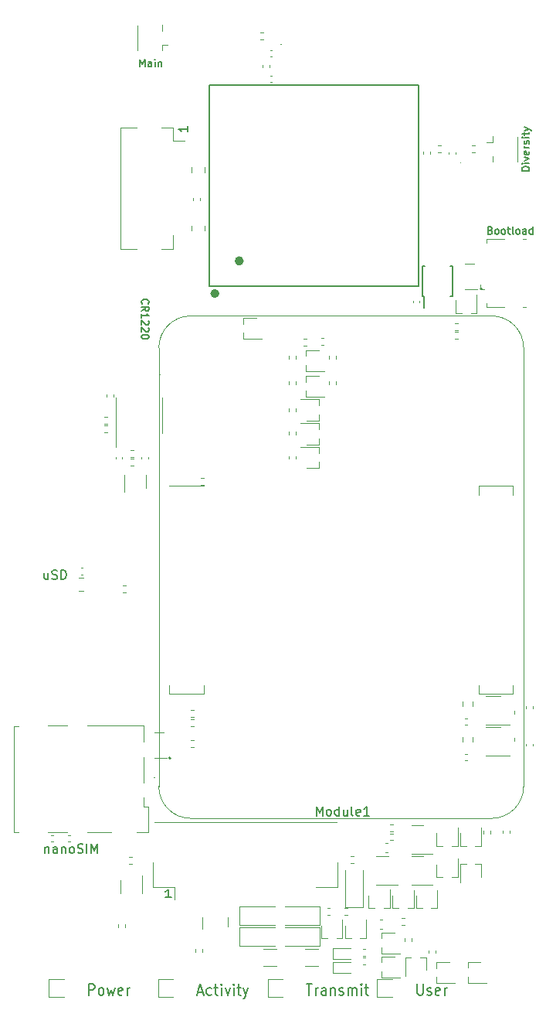
<source format=gbr>
%TF.GenerationSoftware,KiCad,Pcbnew,7.99.0-1.20230926git54171ec.fc37*%
%TF.CreationDate,2023-10-03T14:10:54+01:00*%
%TF.ProjectId,bugg-main-r5,62756767-2d6d-4616-996e-2d72352e6b69,rev?*%
%TF.SameCoordinates,Original*%
%TF.FileFunction,Legend,Top*%
%TF.FilePolarity,Positive*%
%FSLAX46Y46*%
G04 Gerber Fmt 4.6, Leading zero omitted, Abs format (unit mm)*
G04 Created by KiCad (PCBNEW 7.99.0-1.20230926git54171ec.fc37) date 2023-10-03 14:10:54*
%MOMM*%
%LPD*%
G01*
G04 APERTURE LIST*
%ADD10C,0.475000*%
%ADD11C,0.200000*%
%ADD12C,0.150000*%
%ADD13C,0.120000*%
%ADD14C,0.127000*%
%ADD15C,0.508000*%
%ADD16C,0.100000*%
G04 APERTURE END LIST*
D10*
X-6612500Y29950000D02*
G75*
G02*
X-6612500Y29950000I-237500J0D01*
G01*
D11*
X-11700000Y-20900000D02*
G75*
G02*
X-11700000Y-20900000I-100000J0D01*
G01*
X22450000Y30450000D02*
G75*
G02*
X22450000Y30450000I-100000J0D01*
G01*
X15343482Y-45644742D02*
X15343482Y-46616171D01*
X15343482Y-46616171D02*
X15395863Y-46730457D01*
X15395863Y-46730457D02*
X15448244Y-46787600D01*
X15448244Y-46787600D02*
X15553006Y-46844742D01*
X15553006Y-46844742D02*
X15762530Y-46844742D01*
X15762530Y-46844742D02*
X15867292Y-46787600D01*
X15867292Y-46787600D02*
X15919673Y-46730457D01*
X15919673Y-46730457D02*
X15972054Y-46616171D01*
X15972054Y-46616171D02*
X15972054Y-45644742D01*
X16443482Y-46787600D02*
X16548244Y-46844742D01*
X16548244Y-46844742D02*
X16757768Y-46844742D01*
X16757768Y-46844742D02*
X16862530Y-46787600D01*
X16862530Y-46787600D02*
X16914911Y-46673314D01*
X16914911Y-46673314D02*
X16914911Y-46616171D01*
X16914911Y-46616171D02*
X16862530Y-46501885D01*
X16862530Y-46501885D02*
X16757768Y-46444742D01*
X16757768Y-46444742D02*
X16600625Y-46444742D01*
X16600625Y-46444742D02*
X16495863Y-46387600D01*
X16495863Y-46387600D02*
X16443482Y-46273314D01*
X16443482Y-46273314D02*
X16443482Y-46216171D01*
X16443482Y-46216171D02*
X16495863Y-46101885D01*
X16495863Y-46101885D02*
X16600625Y-46044742D01*
X16600625Y-46044742D02*
X16757768Y-46044742D01*
X16757768Y-46044742D02*
X16862530Y-46101885D01*
X17805387Y-46787600D02*
X17700625Y-46844742D01*
X17700625Y-46844742D02*
X17491101Y-46844742D01*
X17491101Y-46844742D02*
X17386339Y-46787600D01*
X17386339Y-46787600D02*
X17333958Y-46673314D01*
X17333958Y-46673314D02*
X17333958Y-46216171D01*
X17333958Y-46216171D02*
X17386339Y-46101885D01*
X17386339Y-46101885D02*
X17491101Y-46044742D01*
X17491101Y-46044742D02*
X17700625Y-46044742D01*
X17700625Y-46044742D02*
X17805387Y-46101885D01*
X17805387Y-46101885D02*
X17857768Y-46216171D01*
X17857768Y-46216171D02*
X17857768Y-46330457D01*
X17857768Y-46330457D02*
X17333958Y-46444742D01*
X18329196Y-46844742D02*
X18329196Y-46044742D01*
X18329196Y-46273314D02*
X18381577Y-46159028D01*
X18381577Y-46159028D02*
X18433958Y-46101885D01*
X18433958Y-46101885D02*
X18538720Y-46044742D01*
X18538720Y-46044742D02*
X18643482Y-46044742D01*
X-8708898Y-46501885D02*
X-8185088Y-46501885D01*
X-8813660Y-46844742D02*
X-8446993Y-45644742D01*
X-8446993Y-45644742D02*
X-8080326Y-46844742D01*
X-7242231Y-46787600D02*
X-7346993Y-46844742D01*
X-7346993Y-46844742D02*
X-7556517Y-46844742D01*
X-7556517Y-46844742D02*
X-7661279Y-46787600D01*
X-7661279Y-46787600D02*
X-7713660Y-46730457D01*
X-7713660Y-46730457D02*
X-7766041Y-46616171D01*
X-7766041Y-46616171D02*
X-7766041Y-46273314D01*
X-7766041Y-46273314D02*
X-7713660Y-46159028D01*
X-7713660Y-46159028D02*
X-7661279Y-46101885D01*
X-7661279Y-46101885D02*
X-7556517Y-46044742D01*
X-7556517Y-46044742D02*
X-7346993Y-46044742D01*
X-7346993Y-46044742D02*
X-7242231Y-46101885D01*
X-6927946Y-46044742D02*
X-6508898Y-46044742D01*
X-6770803Y-45644742D02*
X-6770803Y-46673314D01*
X-6770803Y-46673314D02*
X-6718422Y-46787600D01*
X-6718422Y-46787600D02*
X-6613660Y-46844742D01*
X-6613660Y-46844742D02*
X-6508898Y-46844742D01*
X-6142232Y-46844742D02*
X-6142232Y-46044742D01*
X-6142232Y-45644742D02*
X-6194613Y-45701885D01*
X-6194613Y-45701885D02*
X-6142232Y-45759028D01*
X-6142232Y-45759028D02*
X-6089851Y-45701885D01*
X-6089851Y-45701885D02*
X-6142232Y-45644742D01*
X-6142232Y-45644742D02*
X-6142232Y-45759028D01*
X-5723184Y-46044742D02*
X-5461279Y-46844742D01*
X-5461279Y-46844742D02*
X-5199374Y-46044742D01*
X-4780327Y-46844742D02*
X-4780327Y-46044742D01*
X-4780327Y-45644742D02*
X-4832708Y-45701885D01*
X-4832708Y-45701885D02*
X-4780327Y-45759028D01*
X-4780327Y-45759028D02*
X-4727946Y-45701885D01*
X-4727946Y-45701885D02*
X-4780327Y-45644742D01*
X-4780327Y-45644742D02*
X-4780327Y-45759028D01*
X-4413660Y-46044742D02*
X-3994612Y-46044742D01*
X-4256517Y-45644742D02*
X-4256517Y-46673314D01*
X-4256517Y-46673314D02*
X-4204136Y-46787600D01*
X-4204136Y-46787600D02*
X-4099374Y-46844742D01*
X-4099374Y-46844742D02*
X-3994612Y-46844742D01*
X-3732708Y-46044742D02*
X-3470803Y-46844742D01*
X-3208898Y-46044742D02*
X-3470803Y-46844742D01*
X-3470803Y-46844742D02*
X-3575565Y-47130457D01*
X-3575565Y-47130457D02*
X-3627946Y-47187600D01*
X-3627946Y-47187600D02*
X-3732708Y-47244742D01*
D12*
X-25463220Y-30628152D02*
X-25463220Y-31294819D01*
X-25463220Y-30723390D02*
X-25415601Y-30675771D01*
X-25415601Y-30675771D02*
X-25320363Y-30628152D01*
X-25320363Y-30628152D02*
X-25177506Y-30628152D01*
X-25177506Y-30628152D02*
X-25082268Y-30675771D01*
X-25082268Y-30675771D02*
X-25034649Y-30771009D01*
X-25034649Y-30771009D02*
X-25034649Y-31294819D01*
X-24129887Y-31294819D02*
X-24129887Y-30771009D01*
X-24129887Y-30771009D02*
X-24177506Y-30675771D01*
X-24177506Y-30675771D02*
X-24272744Y-30628152D01*
X-24272744Y-30628152D02*
X-24463220Y-30628152D01*
X-24463220Y-30628152D02*
X-24558458Y-30675771D01*
X-24129887Y-31247200D02*
X-24225125Y-31294819D01*
X-24225125Y-31294819D02*
X-24463220Y-31294819D01*
X-24463220Y-31294819D02*
X-24558458Y-31247200D01*
X-24558458Y-31247200D02*
X-24606077Y-31151961D01*
X-24606077Y-31151961D02*
X-24606077Y-31056723D01*
X-24606077Y-31056723D02*
X-24558458Y-30961485D01*
X-24558458Y-30961485D02*
X-24463220Y-30913866D01*
X-24463220Y-30913866D02*
X-24225125Y-30913866D01*
X-24225125Y-30913866D02*
X-24129887Y-30866247D01*
X-23653696Y-30628152D02*
X-23653696Y-31294819D01*
X-23653696Y-30723390D02*
X-23606077Y-30675771D01*
X-23606077Y-30675771D02*
X-23510839Y-30628152D01*
X-23510839Y-30628152D02*
X-23367982Y-30628152D01*
X-23367982Y-30628152D02*
X-23272744Y-30675771D01*
X-23272744Y-30675771D02*
X-23225125Y-30771009D01*
X-23225125Y-30771009D02*
X-23225125Y-31294819D01*
X-22606077Y-31294819D02*
X-22701315Y-31247200D01*
X-22701315Y-31247200D02*
X-22748934Y-31199580D01*
X-22748934Y-31199580D02*
X-22796553Y-31104342D01*
X-22796553Y-31104342D02*
X-22796553Y-30818628D01*
X-22796553Y-30818628D02*
X-22748934Y-30723390D01*
X-22748934Y-30723390D02*
X-22701315Y-30675771D01*
X-22701315Y-30675771D02*
X-22606077Y-30628152D01*
X-22606077Y-30628152D02*
X-22463220Y-30628152D01*
X-22463220Y-30628152D02*
X-22367982Y-30675771D01*
X-22367982Y-30675771D02*
X-22320363Y-30723390D01*
X-22320363Y-30723390D02*
X-22272744Y-30818628D01*
X-22272744Y-30818628D02*
X-22272744Y-31104342D01*
X-22272744Y-31104342D02*
X-22320363Y-31199580D01*
X-22320363Y-31199580D02*
X-22367982Y-31247200D01*
X-22367982Y-31247200D02*
X-22463220Y-31294819D01*
X-22463220Y-31294819D02*
X-22606077Y-31294819D01*
X-21891791Y-31247200D02*
X-21748934Y-31294819D01*
X-21748934Y-31294819D02*
X-21510839Y-31294819D01*
X-21510839Y-31294819D02*
X-21415601Y-31247200D01*
X-21415601Y-31247200D02*
X-21367982Y-31199580D01*
X-21367982Y-31199580D02*
X-21320363Y-31104342D01*
X-21320363Y-31104342D02*
X-21320363Y-31009104D01*
X-21320363Y-31009104D02*
X-21367982Y-30913866D01*
X-21367982Y-30913866D02*
X-21415601Y-30866247D01*
X-21415601Y-30866247D02*
X-21510839Y-30818628D01*
X-21510839Y-30818628D02*
X-21701315Y-30771009D01*
X-21701315Y-30771009D02*
X-21796553Y-30723390D01*
X-21796553Y-30723390D02*
X-21844172Y-30675771D01*
X-21844172Y-30675771D02*
X-21891791Y-30580533D01*
X-21891791Y-30580533D02*
X-21891791Y-30485295D01*
X-21891791Y-30485295D02*
X-21844172Y-30390057D01*
X-21844172Y-30390057D02*
X-21796553Y-30342438D01*
X-21796553Y-30342438D02*
X-21701315Y-30294819D01*
X-21701315Y-30294819D02*
X-21463220Y-30294819D01*
X-21463220Y-30294819D02*
X-21320363Y-30342438D01*
X-20891791Y-31294819D02*
X-20891791Y-30294819D01*
X-20415601Y-31294819D02*
X-20415601Y-30294819D01*
X-20415601Y-30294819D02*
X-20082268Y-31009104D01*
X-20082268Y-31009104D02*
X-19748935Y-30294819D01*
X-19748935Y-30294819D02*
X-19748935Y-31294819D01*
X-11638220Y-36087295D02*
X-12266792Y-36087295D01*
X-11952506Y-36087295D02*
X-11952506Y-35287295D01*
X-11952506Y-35287295D02*
X-12057268Y-35401580D01*
X-12057268Y-35401580D02*
X-12162030Y-35477771D01*
X-12162030Y-35477771D02*
X-12266792Y-35515866D01*
D11*
X3186339Y-45644742D02*
X3814911Y-45644742D01*
X3500625Y-46844742D02*
X3500625Y-45644742D01*
X4181577Y-46844742D02*
X4181577Y-46044742D01*
X4181577Y-46273314D02*
X4233958Y-46159028D01*
X4233958Y-46159028D02*
X4286339Y-46101885D01*
X4286339Y-46101885D02*
X4391101Y-46044742D01*
X4391101Y-46044742D02*
X4495863Y-46044742D01*
X5333958Y-46844742D02*
X5333958Y-46216171D01*
X5333958Y-46216171D02*
X5281577Y-46101885D01*
X5281577Y-46101885D02*
X5176815Y-46044742D01*
X5176815Y-46044742D02*
X4967291Y-46044742D01*
X4967291Y-46044742D02*
X4862529Y-46101885D01*
X5333958Y-46787600D02*
X5229196Y-46844742D01*
X5229196Y-46844742D02*
X4967291Y-46844742D01*
X4967291Y-46844742D02*
X4862529Y-46787600D01*
X4862529Y-46787600D02*
X4810148Y-46673314D01*
X4810148Y-46673314D02*
X4810148Y-46559028D01*
X4810148Y-46559028D02*
X4862529Y-46444742D01*
X4862529Y-46444742D02*
X4967291Y-46387600D01*
X4967291Y-46387600D02*
X5229196Y-46387600D01*
X5229196Y-46387600D02*
X5333958Y-46330457D01*
X5857767Y-46044742D02*
X5857767Y-46844742D01*
X5857767Y-46159028D02*
X5910148Y-46101885D01*
X5910148Y-46101885D02*
X6014910Y-46044742D01*
X6014910Y-46044742D02*
X6172053Y-46044742D01*
X6172053Y-46044742D02*
X6276815Y-46101885D01*
X6276815Y-46101885D02*
X6329196Y-46216171D01*
X6329196Y-46216171D02*
X6329196Y-46844742D01*
X6800624Y-46787600D02*
X6905386Y-46844742D01*
X6905386Y-46844742D02*
X7114910Y-46844742D01*
X7114910Y-46844742D02*
X7219672Y-46787600D01*
X7219672Y-46787600D02*
X7272053Y-46673314D01*
X7272053Y-46673314D02*
X7272053Y-46616171D01*
X7272053Y-46616171D02*
X7219672Y-46501885D01*
X7219672Y-46501885D02*
X7114910Y-46444742D01*
X7114910Y-46444742D02*
X6957767Y-46444742D01*
X6957767Y-46444742D02*
X6853005Y-46387600D01*
X6853005Y-46387600D02*
X6800624Y-46273314D01*
X6800624Y-46273314D02*
X6800624Y-46216171D01*
X6800624Y-46216171D02*
X6853005Y-46101885D01*
X6853005Y-46101885D02*
X6957767Y-46044742D01*
X6957767Y-46044742D02*
X7114910Y-46044742D01*
X7114910Y-46044742D02*
X7219672Y-46101885D01*
X7743481Y-46844742D02*
X7743481Y-46044742D01*
X7743481Y-46159028D02*
X7795862Y-46101885D01*
X7795862Y-46101885D02*
X7900624Y-46044742D01*
X7900624Y-46044742D02*
X8057767Y-46044742D01*
X8057767Y-46044742D02*
X8162529Y-46101885D01*
X8162529Y-46101885D02*
X8214910Y-46216171D01*
X8214910Y-46216171D02*
X8214910Y-46844742D01*
X8214910Y-46216171D02*
X8267291Y-46101885D01*
X8267291Y-46101885D02*
X8372053Y-46044742D01*
X8372053Y-46044742D02*
X8529196Y-46044742D01*
X8529196Y-46044742D02*
X8633957Y-46101885D01*
X8633957Y-46101885D02*
X8686338Y-46216171D01*
X8686338Y-46216171D02*
X8686338Y-46844742D01*
X9210148Y-46844742D02*
X9210148Y-46044742D01*
X9210148Y-45644742D02*
X9157767Y-45701885D01*
X9157767Y-45701885D02*
X9210148Y-45759028D01*
X9210148Y-45759028D02*
X9262529Y-45701885D01*
X9262529Y-45701885D02*
X9210148Y-45644742D01*
X9210148Y-45644742D02*
X9210148Y-45759028D01*
X9576815Y-46044742D02*
X9995863Y-46044742D01*
X9733958Y-45644742D02*
X9733958Y-46673314D01*
X9733958Y-46673314D02*
X9786339Y-46787600D01*
X9786339Y-46787600D02*
X9891101Y-46844742D01*
X9891101Y-46844742D02*
X9995863Y-46844742D01*
D12*
X27594295Y43407143D02*
X26794295Y43407143D01*
X26794295Y43407143D02*
X26794295Y43597619D01*
X26794295Y43597619D02*
X26832390Y43711905D01*
X26832390Y43711905D02*
X26908580Y43788095D01*
X26908580Y43788095D02*
X26984771Y43826190D01*
X26984771Y43826190D02*
X27137152Y43864286D01*
X27137152Y43864286D02*
X27251438Y43864286D01*
X27251438Y43864286D02*
X27403819Y43826190D01*
X27403819Y43826190D02*
X27480009Y43788095D01*
X27480009Y43788095D02*
X27556200Y43711905D01*
X27556200Y43711905D02*
X27594295Y43597619D01*
X27594295Y43597619D02*
X27594295Y43407143D01*
X27594295Y44207143D02*
X27060961Y44207143D01*
X26794295Y44207143D02*
X26832390Y44169047D01*
X26832390Y44169047D02*
X26870485Y44207143D01*
X26870485Y44207143D02*
X26832390Y44245238D01*
X26832390Y44245238D02*
X26794295Y44207143D01*
X26794295Y44207143D02*
X26870485Y44207143D01*
X27060961Y44511904D02*
X27594295Y44702380D01*
X27594295Y44702380D02*
X27060961Y44892857D01*
X27556200Y45502381D02*
X27594295Y45426190D01*
X27594295Y45426190D02*
X27594295Y45273809D01*
X27594295Y45273809D02*
X27556200Y45197619D01*
X27556200Y45197619D02*
X27480009Y45159523D01*
X27480009Y45159523D02*
X27175247Y45159523D01*
X27175247Y45159523D02*
X27099057Y45197619D01*
X27099057Y45197619D02*
X27060961Y45273809D01*
X27060961Y45273809D02*
X27060961Y45426190D01*
X27060961Y45426190D02*
X27099057Y45502381D01*
X27099057Y45502381D02*
X27175247Y45540476D01*
X27175247Y45540476D02*
X27251438Y45540476D01*
X27251438Y45540476D02*
X27327628Y45159523D01*
X27594295Y45883333D02*
X27060961Y45883333D01*
X27213342Y45883333D02*
X27137152Y45921428D01*
X27137152Y45921428D02*
X27099057Y45959523D01*
X27099057Y45959523D02*
X27060961Y46035714D01*
X27060961Y46035714D02*
X27060961Y46111904D01*
X27556200Y46340475D02*
X27594295Y46416666D01*
X27594295Y46416666D02*
X27594295Y46569047D01*
X27594295Y46569047D02*
X27556200Y46645237D01*
X27556200Y46645237D02*
X27480009Y46683333D01*
X27480009Y46683333D02*
X27441914Y46683333D01*
X27441914Y46683333D02*
X27365723Y46645237D01*
X27365723Y46645237D02*
X27327628Y46569047D01*
X27327628Y46569047D02*
X27327628Y46454761D01*
X27327628Y46454761D02*
X27289533Y46378571D01*
X27289533Y46378571D02*
X27213342Y46340475D01*
X27213342Y46340475D02*
X27175247Y46340475D01*
X27175247Y46340475D02*
X27099057Y46378571D01*
X27099057Y46378571D02*
X27060961Y46454761D01*
X27060961Y46454761D02*
X27060961Y46569047D01*
X27060961Y46569047D02*
X27099057Y46645237D01*
X27594295Y47026190D02*
X27060961Y47026190D01*
X26794295Y47026190D02*
X26832390Y46988094D01*
X26832390Y46988094D02*
X26870485Y47026190D01*
X26870485Y47026190D02*
X26832390Y47064285D01*
X26832390Y47064285D02*
X26794295Y47026190D01*
X26794295Y47026190D02*
X26870485Y47026190D01*
X27060961Y47292856D02*
X27060961Y47597618D01*
X26794295Y47407142D02*
X27480009Y47407142D01*
X27480009Y47407142D02*
X27556200Y47445237D01*
X27556200Y47445237D02*
X27594295Y47521427D01*
X27594295Y47521427D02*
X27594295Y47597618D01*
X27060961Y47788094D02*
X27594295Y47978570D01*
X27060961Y48169047D02*
X27594295Y47978570D01*
X27594295Y47978570D02*
X27784771Y47902380D01*
X27784771Y47902380D02*
X27822866Y47864285D01*
X27822866Y47864285D02*
X27860961Y47788094D01*
X-25134649Y-653152D02*
X-25134649Y-1319819D01*
X-25563220Y-653152D02*
X-25563220Y-1176961D01*
X-25563220Y-1176961D02*
X-25515601Y-1272200D01*
X-25515601Y-1272200D02*
X-25420363Y-1319819D01*
X-25420363Y-1319819D02*
X-25277506Y-1319819D01*
X-25277506Y-1319819D02*
X-25182268Y-1272200D01*
X-25182268Y-1272200D02*
X-25134649Y-1224580D01*
X-24706077Y-1272200D02*
X-24563220Y-1319819D01*
X-24563220Y-1319819D02*
X-24325125Y-1319819D01*
X-24325125Y-1319819D02*
X-24229887Y-1272200D01*
X-24229887Y-1272200D02*
X-24182268Y-1224580D01*
X-24182268Y-1224580D02*
X-24134649Y-1129342D01*
X-24134649Y-1129342D02*
X-24134649Y-1034104D01*
X-24134649Y-1034104D02*
X-24182268Y-938866D01*
X-24182268Y-938866D02*
X-24229887Y-891247D01*
X-24229887Y-891247D02*
X-24325125Y-843628D01*
X-24325125Y-843628D02*
X-24515601Y-796009D01*
X-24515601Y-796009D02*
X-24610839Y-748390D01*
X-24610839Y-748390D02*
X-24658458Y-700771D01*
X-24658458Y-700771D02*
X-24706077Y-605533D01*
X-24706077Y-605533D02*
X-24706077Y-510295D01*
X-24706077Y-510295D02*
X-24658458Y-415057D01*
X-24658458Y-415057D02*
X-24610839Y-367438D01*
X-24610839Y-367438D02*
X-24515601Y-319819D01*
X-24515601Y-319819D02*
X-24277506Y-319819D01*
X-24277506Y-319819D02*
X-24134649Y-367438D01*
X-23706077Y-1319819D02*
X-23706077Y-319819D01*
X-23706077Y-319819D02*
X-23467982Y-319819D01*
X-23467982Y-319819D02*
X-23325125Y-367438D01*
X-23325125Y-367438D02*
X-23229887Y-462676D01*
X-23229887Y-462676D02*
X-23182268Y-557914D01*
X-23182268Y-557914D02*
X-23134649Y-748390D01*
X-23134649Y-748390D02*
X-23134649Y-891247D01*
X-23134649Y-891247D02*
X-23182268Y-1081723D01*
X-23182268Y-1081723D02*
X-23229887Y-1176961D01*
X-23229887Y-1176961D02*
X-23325125Y-1272200D01*
X-23325125Y-1272200D02*
X-23467982Y-1319819D01*
X-23467982Y-1319819D02*
X-23706077Y-1319819D01*
D11*
X-20656517Y-46844742D02*
X-20656517Y-45644742D01*
X-20656517Y-45644742D02*
X-20237469Y-45644742D01*
X-20237469Y-45644742D02*
X-20132707Y-45701885D01*
X-20132707Y-45701885D02*
X-20080326Y-45759028D01*
X-20080326Y-45759028D02*
X-20027945Y-45873314D01*
X-20027945Y-45873314D02*
X-20027945Y-46044742D01*
X-20027945Y-46044742D02*
X-20080326Y-46159028D01*
X-20080326Y-46159028D02*
X-20132707Y-46216171D01*
X-20132707Y-46216171D02*
X-20237469Y-46273314D01*
X-20237469Y-46273314D02*
X-20656517Y-46273314D01*
X-19399374Y-46844742D02*
X-19504136Y-46787600D01*
X-19504136Y-46787600D02*
X-19556517Y-46730457D01*
X-19556517Y-46730457D02*
X-19608898Y-46616171D01*
X-19608898Y-46616171D02*
X-19608898Y-46273314D01*
X-19608898Y-46273314D02*
X-19556517Y-46159028D01*
X-19556517Y-46159028D02*
X-19504136Y-46101885D01*
X-19504136Y-46101885D02*
X-19399374Y-46044742D01*
X-19399374Y-46044742D02*
X-19242231Y-46044742D01*
X-19242231Y-46044742D02*
X-19137469Y-46101885D01*
X-19137469Y-46101885D02*
X-19085088Y-46159028D01*
X-19085088Y-46159028D02*
X-19032707Y-46273314D01*
X-19032707Y-46273314D02*
X-19032707Y-46616171D01*
X-19032707Y-46616171D02*
X-19085088Y-46730457D01*
X-19085088Y-46730457D02*
X-19137469Y-46787600D01*
X-19137469Y-46787600D02*
X-19242231Y-46844742D01*
X-19242231Y-46844742D02*
X-19399374Y-46844742D01*
X-18666041Y-46044742D02*
X-18456517Y-46844742D01*
X-18456517Y-46844742D02*
X-18246993Y-46273314D01*
X-18246993Y-46273314D02*
X-18037469Y-46844742D01*
X-18037469Y-46844742D02*
X-17827945Y-46044742D01*
X-16989850Y-46787600D02*
X-17094612Y-46844742D01*
X-17094612Y-46844742D02*
X-17304136Y-46844742D01*
X-17304136Y-46844742D02*
X-17408898Y-46787600D01*
X-17408898Y-46787600D02*
X-17461279Y-46673314D01*
X-17461279Y-46673314D02*
X-17461279Y-46216171D01*
X-17461279Y-46216171D02*
X-17408898Y-46101885D01*
X-17408898Y-46101885D02*
X-17304136Y-46044742D01*
X-17304136Y-46044742D02*
X-17094612Y-46044742D01*
X-17094612Y-46044742D02*
X-16989850Y-46101885D01*
X-16989850Y-46101885D02*
X-16937469Y-46216171D01*
X-16937469Y-46216171D02*
X-16937469Y-46330457D01*
X-16937469Y-46330457D02*
X-17461279Y-46444742D01*
X-16466041Y-46844742D02*
X-16466041Y-46044742D01*
X-16466041Y-46273314D02*
X-16413660Y-46159028D01*
X-16413660Y-46159028D02*
X-16361279Y-46101885D01*
X-16361279Y-46101885D02*
X-16256517Y-46044742D01*
X-16256517Y-46044742D02*
X-16151755Y-46044742D01*
D12*
X-15060839Y54805704D02*
X-15060839Y55605704D01*
X-15060839Y55605704D02*
X-14794173Y55034276D01*
X-14794173Y55034276D02*
X-14527506Y55605704D01*
X-14527506Y55605704D02*
X-14527506Y54805704D01*
X-13803696Y54805704D02*
X-13803696Y55224752D01*
X-13803696Y55224752D02*
X-13841791Y55300942D01*
X-13841791Y55300942D02*
X-13917982Y55339038D01*
X-13917982Y55339038D02*
X-14070363Y55339038D01*
X-14070363Y55339038D02*
X-14146553Y55300942D01*
X-13803696Y54843800D02*
X-13879887Y54805704D01*
X-13879887Y54805704D02*
X-14070363Y54805704D01*
X-14070363Y54805704D02*
X-14146553Y54843800D01*
X-14146553Y54843800D02*
X-14184649Y54919990D01*
X-14184649Y54919990D02*
X-14184649Y54996180D01*
X-14184649Y54996180D02*
X-14146553Y55072371D01*
X-14146553Y55072371D02*
X-14070363Y55110466D01*
X-14070363Y55110466D02*
X-13879887Y55110466D01*
X-13879887Y55110466D02*
X-13803696Y55148561D01*
X-13422743Y54805704D02*
X-13422743Y55339038D01*
X-13422743Y55605704D02*
X-13460839Y55567609D01*
X-13460839Y55567609D02*
X-13422743Y55529514D01*
X-13422743Y55529514D02*
X-13384648Y55567609D01*
X-13384648Y55567609D02*
X-13422743Y55605704D01*
X-13422743Y55605704D02*
X-13422743Y55529514D01*
X-13041791Y55339038D02*
X-13041791Y54805704D01*
X-13041791Y55262847D02*
X-13003696Y55300942D01*
X-13003696Y55300942D02*
X-12927506Y55339038D01*
X-12927506Y55339038D02*
X-12813220Y55339038D01*
X-12813220Y55339038D02*
X-12737029Y55300942D01*
X-12737029Y55300942D02*
X-12698934Y55224752D01*
X-12698934Y55224752D02*
X-12698934Y54805704D01*
X23355826Y36874752D02*
X23470112Y36836657D01*
X23470112Y36836657D02*
X23508207Y36798561D01*
X23508207Y36798561D02*
X23546303Y36722371D01*
X23546303Y36722371D02*
X23546303Y36608085D01*
X23546303Y36608085D02*
X23508207Y36531895D01*
X23508207Y36531895D02*
X23470112Y36493800D01*
X23470112Y36493800D02*
X23393922Y36455704D01*
X23393922Y36455704D02*
X23089160Y36455704D01*
X23089160Y36455704D02*
X23089160Y37255704D01*
X23089160Y37255704D02*
X23355826Y37255704D01*
X23355826Y37255704D02*
X23432017Y37217609D01*
X23432017Y37217609D02*
X23470112Y37179514D01*
X23470112Y37179514D02*
X23508207Y37103323D01*
X23508207Y37103323D02*
X23508207Y37027133D01*
X23508207Y37027133D02*
X23470112Y36950942D01*
X23470112Y36950942D02*
X23432017Y36912847D01*
X23432017Y36912847D02*
X23355826Y36874752D01*
X23355826Y36874752D02*
X23089160Y36874752D01*
X24003445Y36455704D02*
X23927255Y36493800D01*
X23927255Y36493800D02*
X23889160Y36531895D01*
X23889160Y36531895D02*
X23851064Y36608085D01*
X23851064Y36608085D02*
X23851064Y36836657D01*
X23851064Y36836657D02*
X23889160Y36912847D01*
X23889160Y36912847D02*
X23927255Y36950942D01*
X23927255Y36950942D02*
X24003445Y36989038D01*
X24003445Y36989038D02*
X24117731Y36989038D01*
X24117731Y36989038D02*
X24193922Y36950942D01*
X24193922Y36950942D02*
X24232017Y36912847D01*
X24232017Y36912847D02*
X24270112Y36836657D01*
X24270112Y36836657D02*
X24270112Y36608085D01*
X24270112Y36608085D02*
X24232017Y36531895D01*
X24232017Y36531895D02*
X24193922Y36493800D01*
X24193922Y36493800D02*
X24117731Y36455704D01*
X24117731Y36455704D02*
X24003445Y36455704D01*
X24727255Y36455704D02*
X24651065Y36493800D01*
X24651065Y36493800D02*
X24612970Y36531895D01*
X24612970Y36531895D02*
X24574874Y36608085D01*
X24574874Y36608085D02*
X24574874Y36836657D01*
X24574874Y36836657D02*
X24612970Y36912847D01*
X24612970Y36912847D02*
X24651065Y36950942D01*
X24651065Y36950942D02*
X24727255Y36989038D01*
X24727255Y36989038D02*
X24841541Y36989038D01*
X24841541Y36989038D02*
X24917732Y36950942D01*
X24917732Y36950942D02*
X24955827Y36912847D01*
X24955827Y36912847D02*
X24993922Y36836657D01*
X24993922Y36836657D02*
X24993922Y36608085D01*
X24993922Y36608085D02*
X24955827Y36531895D01*
X24955827Y36531895D02*
X24917732Y36493800D01*
X24917732Y36493800D02*
X24841541Y36455704D01*
X24841541Y36455704D02*
X24727255Y36455704D01*
X25222494Y36989038D02*
X25527256Y36989038D01*
X25336780Y37255704D02*
X25336780Y36569990D01*
X25336780Y36569990D02*
X25374875Y36493800D01*
X25374875Y36493800D02*
X25451065Y36455704D01*
X25451065Y36455704D02*
X25527256Y36455704D01*
X25908208Y36455704D02*
X25832018Y36493800D01*
X25832018Y36493800D02*
X25793923Y36569990D01*
X25793923Y36569990D02*
X25793923Y37255704D01*
X26327256Y36455704D02*
X26251066Y36493800D01*
X26251066Y36493800D02*
X26212971Y36531895D01*
X26212971Y36531895D02*
X26174875Y36608085D01*
X26174875Y36608085D02*
X26174875Y36836657D01*
X26174875Y36836657D02*
X26212971Y36912847D01*
X26212971Y36912847D02*
X26251066Y36950942D01*
X26251066Y36950942D02*
X26327256Y36989038D01*
X26327256Y36989038D02*
X26441542Y36989038D01*
X26441542Y36989038D02*
X26517733Y36950942D01*
X26517733Y36950942D02*
X26555828Y36912847D01*
X26555828Y36912847D02*
X26593923Y36836657D01*
X26593923Y36836657D02*
X26593923Y36608085D01*
X26593923Y36608085D02*
X26555828Y36531895D01*
X26555828Y36531895D02*
X26517733Y36493800D01*
X26517733Y36493800D02*
X26441542Y36455704D01*
X26441542Y36455704D02*
X26327256Y36455704D01*
X27279638Y36455704D02*
X27279638Y36874752D01*
X27279638Y36874752D02*
X27241543Y36950942D01*
X27241543Y36950942D02*
X27165352Y36989038D01*
X27165352Y36989038D02*
X27012971Y36989038D01*
X27012971Y36989038D02*
X26936781Y36950942D01*
X27279638Y36493800D02*
X27203447Y36455704D01*
X27203447Y36455704D02*
X27012971Y36455704D01*
X27012971Y36455704D02*
X26936781Y36493800D01*
X26936781Y36493800D02*
X26898685Y36569990D01*
X26898685Y36569990D02*
X26898685Y36646180D01*
X26898685Y36646180D02*
X26936781Y36722371D01*
X26936781Y36722371D02*
X27012971Y36760466D01*
X27012971Y36760466D02*
X27203447Y36760466D01*
X27203447Y36760466D02*
X27279638Y36798561D01*
X28003448Y36455704D02*
X28003448Y37255704D01*
X28003448Y36493800D02*
X27927257Y36455704D01*
X27927257Y36455704D02*
X27774876Y36455704D01*
X27774876Y36455704D02*
X27698686Y36493800D01*
X27698686Y36493800D02*
X27660591Y36531895D01*
X27660591Y36531895D02*
X27622495Y36608085D01*
X27622495Y36608085D02*
X27622495Y36836657D01*
X27622495Y36836657D02*
X27660591Y36912847D01*
X27660591Y36912847D02*
X27698686Y36950942D01*
X27698686Y36950942D02*
X27774876Y36989038D01*
X27774876Y36989038D02*
X27927257Y36989038D01*
X27927257Y36989038D02*
X28003448Y36950942D01*
X-9830180Y48260588D02*
X-9830180Y47689160D01*
X-9830180Y47974874D02*
X-10830180Y47974874D01*
X-10830180Y47974874D02*
X-10687323Y47879636D01*
X-10687323Y47879636D02*
X-10592085Y47784398D01*
X-10592085Y47784398D02*
X-10544466Y47689160D01*
X-14818104Y28851190D02*
X-14856200Y28889286D01*
X-14856200Y28889286D02*
X-14894295Y29003571D01*
X-14894295Y29003571D02*
X-14894295Y29079762D01*
X-14894295Y29079762D02*
X-14856200Y29194048D01*
X-14856200Y29194048D02*
X-14780009Y29270238D01*
X-14780009Y29270238D02*
X-14703819Y29308333D01*
X-14703819Y29308333D02*
X-14551438Y29346429D01*
X-14551438Y29346429D02*
X-14437152Y29346429D01*
X-14437152Y29346429D02*
X-14284771Y29308333D01*
X-14284771Y29308333D02*
X-14208580Y29270238D01*
X-14208580Y29270238D02*
X-14132390Y29194048D01*
X-14132390Y29194048D02*
X-14094295Y29079762D01*
X-14094295Y29079762D02*
X-14094295Y29003571D01*
X-14094295Y29003571D02*
X-14132390Y28889286D01*
X-14132390Y28889286D02*
X-14170485Y28851190D01*
X-14894295Y28051190D02*
X-14513342Y28317857D01*
X-14894295Y28508333D02*
X-14094295Y28508333D01*
X-14094295Y28508333D02*
X-14094295Y28203571D01*
X-14094295Y28203571D02*
X-14132390Y28127381D01*
X-14132390Y28127381D02*
X-14170485Y28089286D01*
X-14170485Y28089286D02*
X-14246676Y28051190D01*
X-14246676Y28051190D02*
X-14360961Y28051190D01*
X-14360961Y28051190D02*
X-14437152Y28089286D01*
X-14437152Y28089286D02*
X-14475247Y28127381D01*
X-14475247Y28127381D02*
X-14513342Y28203571D01*
X-14513342Y28203571D02*
X-14513342Y28508333D01*
X-14894295Y27289286D02*
X-14894295Y27746429D01*
X-14894295Y27517857D02*
X-14094295Y27517857D01*
X-14094295Y27517857D02*
X-14208580Y27594048D01*
X-14208580Y27594048D02*
X-14284771Y27670238D01*
X-14284771Y27670238D02*
X-14322866Y27746429D01*
X-14170485Y26984524D02*
X-14132390Y26946428D01*
X-14132390Y26946428D02*
X-14094295Y26870238D01*
X-14094295Y26870238D02*
X-14094295Y26679762D01*
X-14094295Y26679762D02*
X-14132390Y26603571D01*
X-14132390Y26603571D02*
X-14170485Y26565476D01*
X-14170485Y26565476D02*
X-14246676Y26527381D01*
X-14246676Y26527381D02*
X-14322866Y26527381D01*
X-14322866Y26527381D02*
X-14437152Y26565476D01*
X-14437152Y26565476D02*
X-14894295Y27022619D01*
X-14894295Y27022619D02*
X-14894295Y26527381D01*
X-14170485Y26222619D02*
X-14132390Y26184523D01*
X-14132390Y26184523D02*
X-14094295Y26108333D01*
X-14094295Y26108333D02*
X-14094295Y25917857D01*
X-14094295Y25917857D02*
X-14132390Y25841666D01*
X-14132390Y25841666D02*
X-14170485Y25803571D01*
X-14170485Y25803571D02*
X-14246676Y25765476D01*
X-14246676Y25765476D02*
X-14322866Y25765476D01*
X-14322866Y25765476D02*
X-14437152Y25803571D01*
X-14437152Y25803571D02*
X-14894295Y26260714D01*
X-14894295Y26260714D02*
X-14894295Y25765476D01*
X-14094295Y25270237D02*
X-14094295Y25194047D01*
X-14094295Y25194047D02*
X-14132390Y25117856D01*
X-14132390Y25117856D02*
X-14170485Y25079761D01*
X-14170485Y25079761D02*
X-14246676Y25041666D01*
X-14246676Y25041666D02*
X-14399057Y25003571D01*
X-14399057Y25003571D02*
X-14589533Y25003571D01*
X-14589533Y25003571D02*
X-14741914Y25041666D01*
X-14741914Y25041666D02*
X-14818104Y25079761D01*
X-14818104Y25079761D02*
X-14856200Y25117856D01*
X-14856200Y25117856D02*
X-14894295Y25194047D01*
X-14894295Y25194047D02*
X-14894295Y25270237D01*
X-14894295Y25270237D02*
X-14856200Y25346428D01*
X-14856200Y25346428D02*
X-14818104Y25384523D01*
X-14818104Y25384523D02*
X-14741914Y25422618D01*
X-14741914Y25422618D02*
X-14589533Y25460714D01*
X-14589533Y25460714D02*
X-14399057Y25460714D01*
X-14399057Y25460714D02*
X-14246676Y25422618D01*
X-14246676Y25422618D02*
X-14170485Y25384523D01*
X-14170485Y25384523D02*
X-14132390Y25346428D01*
X-14132390Y25346428D02*
X-14094295Y25270237D01*
X4292857Y-27204819D02*
X4292857Y-26204819D01*
X4292857Y-26204819D02*
X4626190Y-26919104D01*
X4626190Y-26919104D02*
X4959523Y-26204819D01*
X4959523Y-26204819D02*
X4959523Y-27204819D01*
X5578571Y-27204819D02*
X5483333Y-27157200D01*
X5483333Y-27157200D02*
X5435714Y-27109580D01*
X5435714Y-27109580D02*
X5388095Y-27014342D01*
X5388095Y-27014342D02*
X5388095Y-26728628D01*
X5388095Y-26728628D02*
X5435714Y-26633390D01*
X5435714Y-26633390D02*
X5483333Y-26585771D01*
X5483333Y-26585771D02*
X5578571Y-26538152D01*
X5578571Y-26538152D02*
X5721428Y-26538152D01*
X5721428Y-26538152D02*
X5816666Y-26585771D01*
X5816666Y-26585771D02*
X5864285Y-26633390D01*
X5864285Y-26633390D02*
X5911904Y-26728628D01*
X5911904Y-26728628D02*
X5911904Y-27014342D01*
X5911904Y-27014342D02*
X5864285Y-27109580D01*
X5864285Y-27109580D02*
X5816666Y-27157200D01*
X5816666Y-27157200D02*
X5721428Y-27204819D01*
X5721428Y-27204819D02*
X5578571Y-27204819D01*
X6769047Y-27204819D02*
X6769047Y-26204819D01*
X6769047Y-27157200D02*
X6673809Y-27204819D01*
X6673809Y-27204819D02*
X6483333Y-27204819D01*
X6483333Y-27204819D02*
X6388095Y-27157200D01*
X6388095Y-27157200D02*
X6340476Y-27109580D01*
X6340476Y-27109580D02*
X6292857Y-27014342D01*
X6292857Y-27014342D02*
X6292857Y-26728628D01*
X6292857Y-26728628D02*
X6340476Y-26633390D01*
X6340476Y-26633390D02*
X6388095Y-26585771D01*
X6388095Y-26585771D02*
X6483333Y-26538152D01*
X6483333Y-26538152D02*
X6673809Y-26538152D01*
X6673809Y-26538152D02*
X6769047Y-26585771D01*
X7673809Y-26538152D02*
X7673809Y-27204819D01*
X7245238Y-26538152D02*
X7245238Y-27061961D01*
X7245238Y-27061961D02*
X7292857Y-27157200D01*
X7292857Y-27157200D02*
X7388095Y-27204819D01*
X7388095Y-27204819D02*
X7530952Y-27204819D01*
X7530952Y-27204819D02*
X7626190Y-27157200D01*
X7626190Y-27157200D02*
X7673809Y-27109580D01*
X8292857Y-27204819D02*
X8197619Y-27157200D01*
X8197619Y-27157200D02*
X8150000Y-27061961D01*
X8150000Y-27061961D02*
X8150000Y-26204819D01*
X9054762Y-27157200D02*
X8959524Y-27204819D01*
X8959524Y-27204819D02*
X8769048Y-27204819D01*
X8769048Y-27204819D02*
X8673810Y-27157200D01*
X8673810Y-27157200D02*
X8626191Y-27061961D01*
X8626191Y-27061961D02*
X8626191Y-26681009D01*
X8626191Y-26681009D02*
X8673810Y-26585771D01*
X8673810Y-26585771D02*
X8769048Y-26538152D01*
X8769048Y-26538152D02*
X8959524Y-26538152D01*
X8959524Y-26538152D02*
X9054762Y-26585771D01*
X9054762Y-26585771D02*
X9102381Y-26681009D01*
X9102381Y-26681009D02*
X9102381Y-26776247D01*
X9102381Y-26776247D02*
X8626191Y-26871485D01*
X10054762Y-27204819D02*
X9483334Y-27204819D01*
X9769048Y-27204819D02*
X9769048Y-26204819D01*
X9769048Y-26204819D02*
X9673810Y-26347676D01*
X9673810Y-26347676D02*
X9578572Y-26442914D01*
X9578572Y-26442914D02*
X9483334Y-26490533D01*
D13*
%TO.C,C29*%
X-21811252Y-1165000D02*
X-21288748Y-1165000D01*
X-21811252Y-2635000D02*
X-21288748Y-2635000D01*
%TO.C,R30*%
X-16103641Y11855000D02*
X-15796359Y11855000D01*
X-16103641Y11095000D02*
X-15796359Y11095000D01*
%TO.C,R29*%
X-16103641Y12805000D02*
X-15796359Y12805000D01*
X-16103641Y12045000D02*
X-15796359Y12045000D01*
%TO.C,C37*%
X14865000Y29182836D02*
X14865000Y28967164D01*
X15585000Y29182836D02*
X15585000Y28967164D01*
%TO.C,C36*%
X-14190000Y11867164D02*
X-14190000Y12082836D01*
X-14910000Y11867164D02*
X-14910000Y12082836D01*
%TO.C,C35*%
X-17710000Y12082836D02*
X-17710000Y11867164D01*
X-16990000Y12082836D02*
X-16990000Y11867164D01*
%TO.C,C34*%
X-18710000Y18907836D02*
X-18710000Y18692164D01*
X-17990000Y18907836D02*
X-17990000Y18692164D01*
%TO.C,C30*%
X-21342164Y-90000D02*
X-21557836Y-90000D01*
X-21342164Y-810000D02*
X-21557836Y-810000D01*
%TO.C,C21*%
X-9210000Y40192164D02*
X-9210000Y40407836D01*
X-8490000Y40192164D02*
X-8490000Y40407836D01*
%TO.C,U29*%
X23650000Y-17515000D02*
X22850000Y-17515000D01*
X23650000Y-17515000D02*
X24450000Y-17515000D01*
X23650000Y-20635000D02*
X22850000Y-20635000D01*
X23650000Y-20635000D02*
X25450000Y-20635000D01*
%TO.C,J15*%
X22260000Y30890000D02*
X22260000Y30440000D01*
X22710000Y30440000D02*
X22260000Y30440000D01*
X22940000Y35960000D02*
X22940000Y35540000D01*
X22940000Y28440000D02*
X22940000Y28860000D01*
X24920000Y35960000D02*
X22940000Y35960000D01*
X24920000Y28440000D02*
X22940000Y28440000D01*
X26890000Y35960000D02*
X27290000Y35960000D01*
X27290000Y28440000D02*
X26890000Y28440000D01*
%TO.C,D27*%
X6065936Y-41715000D02*
X6065936Y-42915000D01*
X8025936Y-41715000D02*
X6065936Y-41715000D01*
X8025936Y-42915000D02*
X6065936Y-42915000D01*
%TO.C,D1*%
X-13050000Y-45140000D02*
X-13050000Y-47060000D01*
X-13050000Y-47060000D02*
X-11407500Y-47060000D01*
X-11407500Y-45140000D02*
X-13050000Y-45140000D01*
%TO.C,Q11*%
X3120000Y20300000D02*
X3120000Y20960000D01*
X3120000Y18640000D02*
X3120000Y19300000D01*
X3120000Y18640000D02*
X5150000Y18640000D01*
X4530000Y20960000D02*
X3120000Y20960000D01*
%TO.C,R44*%
X1270000Y22796359D02*
X1270000Y23103641D01*
X2030000Y22796359D02*
X2030000Y23103641D01*
%TO.C,J10*%
X-13610000Y-32360000D02*
X-13610000Y-35010000D01*
X-13610000Y-35010000D02*
X-11260000Y-35010000D01*
X-13500000Y-27940000D02*
X6500000Y-27940000D01*
X-11260000Y-35010000D02*
X-11260000Y-36400000D01*
X6610000Y-32360000D02*
X6610000Y-35010000D01*
X6610000Y-35010000D02*
X4260000Y-35010000D01*
%TO.C,C23*%
X-9435000Y37361252D02*
X-9435000Y36838748D01*
X-7965000Y37361252D02*
X-7965000Y36838748D01*
%TO.C,Q25*%
X11505000Y-31640936D02*
X10855000Y-31640936D01*
X11505000Y-31640936D02*
X12155000Y-31640936D01*
X11505000Y-34760936D02*
X10855000Y-34760936D01*
X11505000Y-34760936D02*
X13180000Y-34760936D01*
%TO.C,Q9*%
X3120000Y23100000D02*
X3120000Y23760000D01*
X3120000Y21440000D02*
X3120000Y22100000D01*
X3120000Y21440000D02*
X5150000Y21440000D01*
X4530000Y23760000D02*
X3120000Y23760000D01*
%TO.C,R43*%
X5670000Y22796359D02*
X5670000Y23103641D01*
X6430000Y22796359D02*
X6430000Y23103641D01*
%TO.C,U13*%
X-17710000Y16600000D02*
X-17710000Y18550000D01*
X-17710000Y16600000D02*
X-17710000Y13150000D01*
X-12590000Y16600000D02*
X-12590000Y18550000D01*
X-12590000Y16600000D02*
X-12590000Y14650000D01*
%TO.C,FB3*%
X25940000Y-18712221D02*
X25940000Y-19037779D01*
X26960000Y-18712221D02*
X26960000Y-19037779D01*
%TO.C,R45*%
X17903641Y46180000D02*
X17596359Y46180000D01*
X17903641Y45420000D02*
X17596359Y45420000D01*
%TO.C,Q4*%
X19540000Y29230000D02*
X19540000Y27820000D01*
X20200000Y27820000D02*
X19540000Y27820000D01*
X21860000Y27820000D02*
X21200000Y27820000D01*
X21860000Y27820000D02*
X21860000Y29850000D01*
%TO.C,U8*%
X-13454000Y-18107200D02*
X-12454000Y-18107200D01*
X-13454000Y-20907200D02*
X-12154000Y-20907200D01*
%TO.C,R65*%
X8354577Y-31645936D02*
X8047295Y-31645936D01*
X8354577Y-32405936D02*
X8047295Y-32405936D01*
%TO.C,Q21*%
X11445000Y-40649064D02*
X11445000Y-39989064D01*
X11445000Y-42309064D02*
X11445000Y-41649064D01*
X11445000Y-42309064D02*
X13475000Y-42309064D01*
X12855000Y-39989064D02*
X11445000Y-39989064D01*
%TO.C,R20*%
X-1580000Y55013641D02*
X-1580000Y54706359D01*
X-820000Y55013641D02*
X-820000Y54706359D01*
%TO.C,R104*%
X20332500Y-18617742D02*
X20332500Y-19092258D01*
X21377500Y-18617742D02*
X21377500Y-19092258D01*
%TO.C,R81*%
X22620000Y-28886359D02*
X22620000Y-29193641D01*
X23380000Y-28886359D02*
X23380000Y-29193641D01*
%TO.C,C83*%
X11234420Y-38590936D02*
X11515580Y-38590936D01*
X11234420Y-39610936D02*
X11515580Y-39610936D01*
%TO.C,R40*%
X5103641Y25080000D02*
X4796359Y25080000D01*
X5103641Y24320000D02*
X4796359Y24320000D01*
%TO.C,J12*%
X-15355000Y56600000D02*
X-15355000Y59300000D01*
X-12635000Y59350000D02*
X-12635000Y58710000D01*
X-12635000Y57190000D02*
X-12005000Y57190000D01*
X-12635000Y56550000D02*
X-12635000Y57190000D01*
%TO.C,C97*%
X27290000Y-19337164D02*
X27290000Y-19552836D01*
X28010000Y-19337164D02*
X28010000Y-19552836D01*
%TO.C,R85*%
X9370423Y-41770000D02*
X9677705Y-41770000D01*
X9370423Y-42530000D02*
X9677705Y-42530000D01*
%TO.C,R38*%
X1270000Y14803641D02*
X1270000Y14496359D01*
X2030000Y14803641D02*
X2030000Y14496359D01*
%TO.C,R22*%
X-9453641Y-15670000D02*
X-9146359Y-15670000D01*
X-9453641Y-16430000D02*
X-9146359Y-16430000D01*
%TO.C,C28*%
X-24567164Y-29315000D02*
X-24782836Y-29315000D01*
X-24567164Y-30035000D02*
X-24782836Y-30035000D01*
%TO.C,R41*%
X21653641Y46180000D02*
X21346359Y46180000D01*
X21653641Y45420000D02*
X21346359Y45420000D01*
%TO.C,R23*%
X-9196359Y-18920000D02*
X-9503641Y-18920000D01*
X-9196359Y-19680000D02*
X-9503641Y-19680000D01*
%TO.C,U36*%
X15355000Y-28240936D02*
X14705000Y-28240936D01*
X15355000Y-28240936D02*
X16005000Y-28240936D01*
X15355000Y-31360936D02*
X14705000Y-31360936D01*
X15355000Y-31360936D02*
X17030000Y-31360936D01*
%TO.C,D3*%
X-1050000Y-45140000D02*
X-1050000Y-47060000D01*
X-1050000Y-47060000D02*
X592500Y-47060000D01*
X592500Y-45140000D02*
X-1050000Y-45140000D01*
D14*
%TO.C,U7*%
X-7500000Y52800000D02*
X-7500000Y30800000D01*
X-7500000Y30800000D02*
X15500000Y30800000D01*
X15500000Y52800000D02*
X-7500000Y52800000D01*
X15500000Y30800000D02*
X15500000Y52800000D01*
D15*
X-3926000Y33520000D02*
G75*
G02*
X-3926000Y33520000I-254000J0D01*
G01*
D12*
%TO.C,U15*%
X15875000Y32975000D02*
X16175000Y32975000D01*
X15875000Y29625000D02*
X15875000Y32975000D01*
X15875000Y29625000D02*
X16100000Y29625000D01*
X16100000Y29625000D02*
X16100000Y28400000D01*
X19225000Y32975000D02*
X18925000Y32975000D01*
X19225000Y29625000D02*
X18925000Y29625000D01*
X19225000Y29625000D02*
X19225000Y32975000D01*
D13*
%TO.C,Q19*%
X14015936Y-42695000D02*
X14015936Y-44725000D01*
X14015936Y-42695000D02*
X14675936Y-42695000D01*
X15675936Y-42695000D02*
X16335936Y-42695000D01*
X16335936Y-44105000D02*
X16335936Y-42695000D01*
%TO.C,D23*%
X4660000Y-39450000D02*
X800000Y-39450000D01*
X4660000Y-41450000D02*
X800000Y-41450000D01*
X4660000Y-41450000D02*
X4660000Y-39450000D01*
%TO.C,Q22*%
X20040000Y-32494064D02*
X20040000Y-34524064D01*
X20040000Y-32494064D02*
X20700000Y-32494064D01*
X21700000Y-32494064D02*
X22360000Y-32494064D01*
X22360000Y-33904064D02*
X22360000Y-32494064D01*
%TO.C,D22*%
X-4160000Y-39450000D02*
X-4160000Y-41450000D01*
X-4160000Y-39450000D02*
X-300000Y-39450000D01*
X-4160000Y-41450000D02*
X-300000Y-41450000D01*
%TO.C,R33*%
X1270000Y17353641D02*
X1270000Y17046359D01*
X2030000Y17353641D02*
X2030000Y17046359D01*
%TO.C,R80*%
X24700936Y-28830423D02*
X24700936Y-29137705D01*
X25460936Y-28830423D02*
X25460936Y-29137705D01*
%TO.C,D24*%
X4660000Y-37150000D02*
X800000Y-37150000D01*
X4660000Y-39150000D02*
X800000Y-39150000D01*
X4660000Y-39150000D02*
X4660000Y-37150000D01*
%TO.C,R37*%
X1270000Y12153641D02*
X1270000Y11846359D01*
X2030000Y12153641D02*
X2030000Y11846359D01*
%TO.C,Q17*%
X20870000Y-43874064D02*
X20870000Y-43214064D01*
X20870000Y-45534064D02*
X20870000Y-44874064D01*
X20870000Y-45534064D02*
X22900000Y-45534064D01*
X22280000Y-43214064D02*
X20870000Y-43214064D01*
%TO.C,C20*%
X-807836Y53820000D02*
X-592164Y53820000D01*
X-807836Y53100000D02*
X-592164Y53100000D01*
%TO.C,R2*%
X-18646359Y15480000D02*
X-18953641Y15480000D01*
X-18646359Y14720000D02*
X-18953641Y14720000D01*
%TO.C,R5*%
X-17430000Y-39096359D02*
X-17430000Y-39403641D01*
X-16670000Y-39096359D02*
X-16670000Y-39403641D01*
%TO.C,D21*%
X-4160000Y-37150000D02*
X-4160000Y-39150000D01*
X-4160000Y-37150000D02*
X-300000Y-37150000D01*
X-4160000Y-39150000D02*
X-300000Y-39150000D01*
%TO.C,Module1*%
X-13000000Y24000000D02*
X-13000000Y-24000000D01*
X-11850000Y8900000D02*
X-8070000Y8900000D01*
X-11850000Y-13900000D02*
X-11850000Y-12900000D01*
X-11850000Y-13900000D02*
X-8070000Y-13900000D01*
X-9500000Y-27500000D02*
X23500000Y-27500000D01*
X-8070000Y-13900000D02*
X-8070000Y-12900000D01*
X22070000Y8900000D02*
X22070000Y7900000D01*
X22070000Y8900000D02*
X25850000Y8900000D01*
X22070000Y-13900000D02*
X22070000Y-12900000D01*
X22070000Y-13900000D02*
X25850000Y-13900000D01*
X23500000Y27500000D02*
X-9500000Y27500000D01*
X25850000Y8900000D02*
X25850000Y7900000D01*
X25850000Y-13900000D02*
X25850000Y-12900000D01*
X27000000Y-24000000D02*
X27000000Y24000000D01*
X-13000000Y24000000D02*
G75*
G02*
X-9500000Y27500000I3499999J1D01*
G01*
X-9500000Y-27500000D02*
G75*
G02*
X-13000000Y-24000000I-1J3499999D01*
G01*
X23500000Y27500000D02*
G75*
G02*
X27000000Y24000000I0J-3500000D01*
G01*
X27000000Y-24000000D02*
G75*
G02*
X23500000Y-27500000I-3500000J0D01*
G01*
%TO.C,R4*%
X-16253641Y-31720000D02*
X-15946359Y-31720000D01*
X-16253641Y-32480000D02*
X-15946359Y-32480000D01*
%TO.C,Q24*%
X17440000Y-32544064D02*
X17440000Y-33954064D01*
X18100000Y-33954064D02*
X17440000Y-33954064D01*
X19760000Y-33954064D02*
X19100000Y-33954064D01*
X19760000Y-33954064D02*
X19760000Y-31924064D01*
%TO.C,R68*%
X13646359Y-38445936D02*
X13953641Y-38445936D01*
X13646359Y-39205936D02*
X13953641Y-39205936D01*
%TO.C,R21*%
X-9453641Y-16620000D02*
X-9146359Y-16620000D01*
X-9453641Y-17380000D02*
X-9146359Y-17380000D01*
%TO.C,R3*%
X-8403641Y9780000D02*
X-8096359Y9780000D01*
X-8403641Y9020000D02*
X-8096359Y9020000D01*
%TO.C,R72*%
X7346359Y-37320936D02*
X7653641Y-37320936D01*
X7346359Y-38080936D02*
X7653641Y-38080936D01*
%TO.C,Q8*%
X-3730000Y26650000D02*
X-3730000Y27310000D01*
X-3730000Y24990000D02*
X-3730000Y25650000D01*
X-3730000Y24990000D02*
X-1700000Y24990000D01*
X-2320000Y27310000D02*
X-3730000Y27310000D01*
%TO.C,C100*%
X20782836Y-16540000D02*
X20567164Y-16540000D01*
X20782836Y-17260000D02*
X20567164Y-17260000D01*
%TO.C,C84*%
X11809420Y-30239064D02*
X12090580Y-30239064D01*
X11809420Y-31259064D02*
X12090580Y-31259064D01*
%TO.C,J13*%
X-28920500Y-17380000D02*
X-28920500Y-28994500D01*
X-28920500Y-17380000D02*
X-28412500Y-17380000D01*
X-28412500Y-28994500D02*
X-28920500Y-28994500D01*
X-25174000Y-17374000D02*
X-23078500Y-17374000D01*
X-23078500Y-28994500D02*
X-25174000Y-28994500D01*
X-20835000Y-17374000D02*
X-14635000Y-17374000D01*
X-18189000Y-28994500D02*
X-20835000Y-28994500D01*
X-14635000Y-17374000D02*
X-14635000Y-19152000D01*
X-14635000Y-25248000D02*
X-14635000Y-26200500D01*
X-14633000Y-20803000D02*
X-14635000Y-23597000D01*
X-14188500Y-26200500D02*
X-14633000Y-26200500D01*
X-14188500Y-26200500D02*
X-14188500Y-28994500D01*
X-14188500Y-28994500D02*
X-15458500Y-28994500D01*
%TO.C,U14*%
X-16760000Y10100000D02*
X-16760000Y8200000D01*
X-14440000Y8700000D02*
X-14440000Y10100000D01*
%TO.C,U30*%
X23650000Y-14115000D02*
X22850000Y-14115000D01*
X23650000Y-14115000D02*
X24450000Y-14115000D01*
X23650000Y-17235000D02*
X22850000Y-17235000D01*
X23650000Y-17235000D02*
X25450000Y-17235000D01*
%TO.C,Q29*%
X15355000Y-31640936D02*
X14705000Y-31640936D01*
X15355000Y-31640936D02*
X16005000Y-31640936D01*
X15355000Y-34760936D02*
X14705000Y-34760936D01*
X15355000Y-34760936D02*
X17030000Y-34760936D01*
%TO.C,Q18*%
X17470000Y-43875936D02*
X17470000Y-43215936D01*
X17470000Y-45535936D02*
X17470000Y-44875936D01*
X17470000Y-45535936D02*
X19500000Y-45535936D01*
X18880000Y-43215936D02*
X17470000Y-43215936D01*
%TO.C,R84*%
X9370423Y-42770000D02*
X9677705Y-42770000D01*
X9370423Y-43530000D02*
X9677705Y-43530000D01*
%TO.C,R34*%
X-8980000Y-41796359D02*
X-8980000Y-42103641D01*
X-8220000Y-41796359D02*
X-8220000Y-42103641D01*
%TO.C,R105*%
X20342500Y-14717742D02*
X20342500Y-15192258D01*
X21387500Y-14717742D02*
X21387500Y-15192258D01*
%TO.C,C19*%
X-592164Y56620000D02*
X-807836Y56620000D01*
X-592164Y55900000D02*
X-807836Y55900000D01*
%TO.C,Q16*%
X12615000Y-35945936D02*
X12615000Y-37355936D01*
X13275000Y-37355936D02*
X12615000Y-37355936D01*
X14935000Y-37355936D02*
X14275000Y-37355936D01*
X14935000Y-37355936D02*
X14935000Y-35325936D01*
%TO.C,C99*%
X27290000Y-15432836D02*
X27290000Y-15217164D01*
X28010000Y-15432836D02*
X28010000Y-15217164D01*
D16*
%TO.C,D6*%
X-13425000Y-23040000D02*
G75*
G02*
X-13425000Y-23040000I-50000J0D01*
G01*
%TO.C,D20*%
X-12860000Y21050000D02*
G75*
G02*
X-12860000Y21050000I-50000J0D01*
G01*
D13*
%TO.C,D7*%
X10950000Y-45140000D02*
X10950000Y-47060000D01*
X10950000Y-47060000D02*
X12592500Y-47060000D01*
X12592500Y-45140000D02*
X10950000Y-45140000D01*
%TO.C,Q14*%
X10015000Y-35944064D02*
X10015000Y-37354064D01*
X10675000Y-37354064D02*
X10015000Y-37354064D01*
X12335000Y-37354064D02*
X11675000Y-37354064D01*
X12335000Y-37354064D02*
X12335000Y-35324064D01*
%TO.C,C22*%
X-9435000Y43238748D02*
X-9435000Y43761252D01*
X-7965000Y43238748D02*
X-7965000Y43761252D01*
%TO.C,R39*%
X2896359Y25030000D02*
X3203641Y25030000D01*
X2896359Y24270000D02*
X3203641Y24270000D01*
D16*
%TO.C,D25*%
X20150000Y44235000D02*
G75*
G02*
X20150000Y44235000I-50000J0D01*
G01*
D13*
%TO.C,Q30*%
X17439064Y-29130000D02*
X17439064Y-30540000D01*
X18099064Y-30540000D02*
X17439064Y-30540000D01*
X19759064Y-30540000D02*
X19099064Y-30540000D01*
X19759064Y-30540000D02*
X19759064Y-28510000D01*
%TO.C,D15*%
X7424064Y-37210000D02*
X7424064Y-33200000D01*
X7424064Y-37210000D02*
X9424064Y-37210000D01*
X9424064Y-37210000D02*
X9424064Y-33200000D01*
%TO.C,J16*%
X-17200000Y48150000D02*
X-17200000Y34850000D01*
X-17200000Y34850000D02*
X-15460000Y34850000D01*
X-15460000Y48150000D02*
X-17200000Y48150000D01*
X-11400000Y48150000D02*
X-12740000Y48150000D01*
X-11400000Y46660000D02*
X-11400000Y48150000D01*
X-11400000Y46660000D02*
X-10200000Y46660000D01*
X-11400000Y36340000D02*
X-11400000Y34850000D01*
X-11400000Y34850000D02*
X-12740000Y34850000D01*
%TO.C,R24*%
X-16596359Y-2020000D02*
X-16903641Y-2020000D01*
X-16596359Y-2780000D02*
X-16903641Y-2780000D01*
%TO.C,R67*%
X-1527064Y-41815000D02*
X-72936Y-41815000D01*
X-1527064Y-43635000D02*
X-72936Y-43635000D01*
%TO.C,R42*%
X5670000Y20046359D02*
X5670000Y20353641D01*
X6430000Y20046359D02*
X6430000Y20353641D01*
%TO.C,Q12*%
X4814064Y-39220000D02*
X4814064Y-40630000D01*
X5474064Y-40630000D02*
X4814064Y-40630000D01*
X7134064Y-40630000D02*
X6474064Y-40630000D01*
X7134064Y-40630000D02*
X7134064Y-38600000D01*
%TO.C,Q20*%
X11445000Y-43274064D02*
X11445000Y-42614064D01*
X11445000Y-44934064D02*
X11445000Y-44274064D01*
X11445000Y-44934064D02*
X13475000Y-44934064D01*
X12855000Y-42614064D02*
X11445000Y-42614064D01*
%TO.C,R31*%
X19471359Y26730000D02*
X19778641Y26730000D01*
X19471359Y25970000D02*
X19778641Y25970000D01*
%TO.C,R86*%
X12346359Y-28195000D02*
X12653641Y-28195000D01*
X12346359Y-28955000D02*
X12653641Y-28955000D01*
%TO.C,R66*%
X3047936Y-41815000D02*
X4502064Y-41815000D01*
X3047936Y-43635000D02*
X4502064Y-43635000D01*
%TO.C,C98*%
X20782836Y-20440000D02*
X20567164Y-20440000D01*
X20782836Y-21160000D02*
X20567164Y-21160000D01*
%TO.C,R64*%
X5471359Y-37319064D02*
X5778641Y-37319064D01*
X5471359Y-38079064D02*
X5778641Y-38079064D01*
%TO.C,R19*%
X-1853641Y58540000D02*
X-1546359Y58540000D01*
X-1853641Y57780000D02*
X-1546359Y57780000D01*
%TO.C,R46*%
X1270000Y19996359D02*
X1270000Y20303641D01*
X2030000Y19996359D02*
X2030000Y20303641D01*
%TO.C,Q15*%
X15215000Y-35945936D02*
X15215000Y-37355936D01*
X15875000Y-37355936D02*
X15215000Y-37355936D01*
X17535000Y-37355936D02*
X16875000Y-37355936D01*
X17535000Y-37355936D02*
X17535000Y-35325936D01*
%TO.C,U2*%
X-8200000Y-38335000D02*
X-8200000Y-39635000D01*
X-5400000Y-38335000D02*
X-5400000Y-39335000D01*
%TO.C,FB4*%
X25940000Y-16062779D02*
X25940000Y-15737221D01*
X26960000Y-16062779D02*
X26960000Y-15737221D01*
%TO.C,Q13*%
X7414064Y-39220000D02*
X7414064Y-40630000D01*
X8074064Y-40630000D02*
X7414064Y-40630000D01*
X9734064Y-40630000D02*
X9074064Y-40630000D01*
X9734064Y-40630000D02*
X9734064Y-38600000D01*
%TO.C,C51*%
X18790000Y45217164D02*
X18790000Y45432836D01*
X19510000Y45217164D02*
X19510000Y45432836D01*
%TO.C,R99*%
X12346359Y-29145000D02*
X12653641Y-29145000D01*
X12346359Y-29905000D02*
X12653641Y-29905000D01*
%TO.C,Q7*%
X3170000Y13440000D02*
X4580000Y13440000D01*
X4580000Y15760000D02*
X2550000Y15760000D01*
X4580000Y15760000D02*
X4580000Y15100000D01*
X4580000Y14100000D02*
X4580000Y13440000D01*
%TO.C,C26*%
X-22957836Y-29315000D02*
X-22742164Y-29315000D01*
X-22957836Y-30035000D02*
X-22742164Y-30035000D01*
D16*
%TO.C,D9*%
X440000Y57200000D02*
G75*
G02*
X440000Y57200000I-50000J0D01*
G01*
D13*
%TO.C,R1*%
X-18646359Y16430000D02*
X-18953641Y16430000D01*
X-18646359Y15670000D02*
X-18953641Y15670000D01*
%TO.C,R32*%
X19471359Y25780000D02*
X19778641Y25780000D01*
X19471359Y25020000D02*
X19778641Y25020000D01*
%TO.C,Q6*%
X3170000Y10840000D02*
X4580000Y10840000D01*
X4580000Y13160000D02*
X2550000Y13160000D01*
X4580000Y13160000D02*
X4580000Y12500000D01*
X4580000Y11500000D02*
X4580000Y10840000D01*
%TO.C,R82*%
X13994064Y-40928641D02*
X13994064Y-40621359D01*
X14754064Y-40928641D02*
X14754064Y-40621359D01*
%TO.C,D26*%
X6080000Y-43199064D02*
X6080000Y-44399064D01*
X8040000Y-43199064D02*
X6080000Y-43199064D01*
X8040000Y-44399064D02*
X6080000Y-44399064D01*
%TO.C,Q23*%
X20040000Y-29120936D02*
X20040000Y-30530936D01*
X20700000Y-30530936D02*
X20040000Y-30530936D01*
X22360000Y-30530936D02*
X21700000Y-30530936D01*
X22360000Y-30530936D02*
X22360000Y-28500936D01*
%TO.C,D2*%
X-25050000Y-45140000D02*
X-25050000Y-47060000D01*
X-25050000Y-47060000D02*
X-23407500Y-47060000D01*
X-23407500Y-45140000D02*
X-25050000Y-45140000D01*
%TO.C,Q5*%
X3170000Y16040000D02*
X4580000Y16040000D01*
X4580000Y18360000D02*
X2550000Y18360000D01*
X4580000Y18360000D02*
X4580000Y17700000D01*
X4580000Y16700000D02*
X4580000Y16040000D01*
%TO.C,J17*%
X23590000Y47175000D02*
X23590000Y46535000D01*
X23590000Y46535000D02*
X22960000Y46535000D01*
X23590000Y44375000D02*
X23590000Y45015000D01*
X26310000Y47125000D02*
X26310000Y44425000D01*
%TO.C,R79*%
X16595000Y-42254577D02*
X16595000Y-41947295D01*
X17355000Y-42254577D02*
X17355000Y-41947295D01*
%TO.C,C61*%
X15990000Y45457836D02*
X15990000Y45242164D01*
X16710000Y45457836D02*
X16710000Y45242164D01*
%TO.C,U1*%
X-17160000Y-34300000D02*
X-17160000Y-35700000D01*
X-14840000Y-35700000D02*
X-14840000Y-33800000D01*
%TO.C,U16*%
X20600000Y33250000D02*
X21600000Y33250000D01*
X20600000Y30450000D02*
X21900000Y30450000D01*
%TD*%
M02*

</source>
